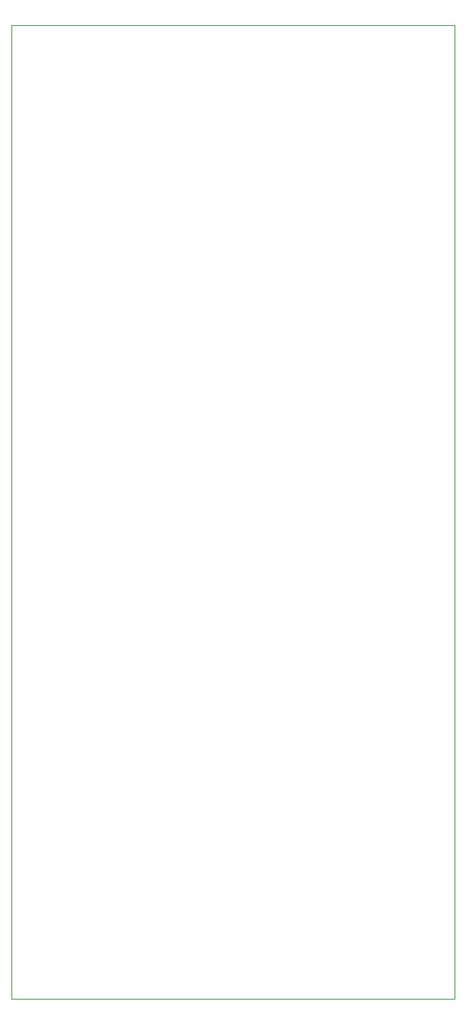
<source format=gm1>
G04 #@! TF.GenerationSoftware,KiCad,Pcbnew,7.0.7*
G04 #@! TF.CreationDate,2024-03-11T23:00:31+01:00*
G04 #@! TF.ProjectId,RocketBoard,526f636b-6574-4426-9f61-72642e6b6963,rev?*
G04 #@! TF.SameCoordinates,Original*
G04 #@! TF.FileFunction,Profile,NP*
%FSLAX46Y46*%
G04 Gerber Fmt 4.6, Leading zero omitted, Abs format (unit mm)*
G04 Created by KiCad (PCBNEW 7.0.7) date 2024-03-11 23:00:31*
%MOMM*%
%LPD*%
G01*
G04 APERTURE LIST*
G04 #@! TA.AperFunction,Profile*
%ADD10C,0.100000*%
G04 #@! TD*
G04 APERTURE END LIST*
D10*
X98300000Y-43050000D02*
X147500000Y-43050000D01*
X147500000Y-151150000D01*
X98300000Y-151150000D01*
X98300000Y-43050000D01*
M02*

</source>
